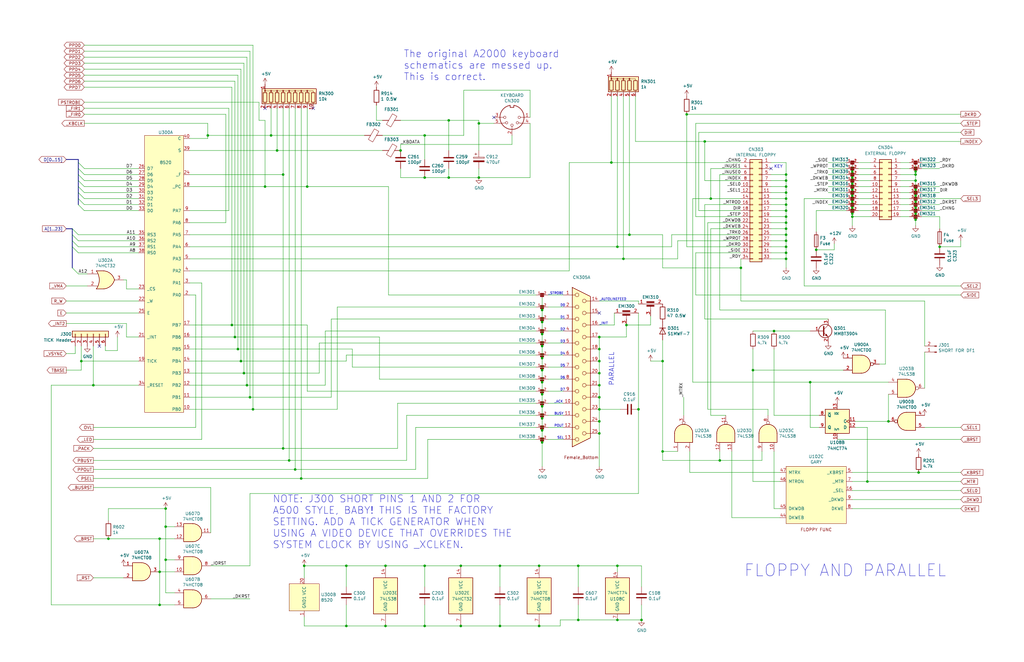
<source format=kicad_sch>
(kicad_sch (version 20231120) (generator "eeschema") (generator_version "8.0")
  (paper "B")
  (title_block (title "Amiga 2000 EATX") (date "2024-06-02") (rev "3.1"))
  (junction (at 45.72 227.33))
  (junction (at 119.38 73.66))
  (junction (at 331.47 91.44))
  (junction (at 116.84 63.5))
  (junction (at 87.63 57.15))
  (junction (at 194.31 264.16))
  (junction (at 341.63 161.29))
  (junction (at 359.41 85.09))
  (junction (at 252.73 167.64))
  (junction (at 34.29 152.4))
  (junction (at 228.6 146.05))
  (junction (at 179.07 74.93))
  (junction (at 67.31 227.33))
  (junction (at 252.73 162.56))
  (junction (at 297.18 59.69))
  (junction (at 359.41 87.63))
  (junction (at 331.47 83.82))
  (junction (at 386.08 80.01))
  (junction (at 312.42 113.03))
  (junction (at 228.6 151.13))
  (junction (at 210.82 238.76))
  (junction (at 331.47 104.14))
  (junction (at 260.35 261.62))
  (junction (at 252.73 157.48))
  (junction (at 252.73 182.88))
  (junction (at 386.08 76.2))
  (junction (at 69.85 236.22))
  (junction (at 189.23 74.93))
  (junction (at 359.41 90.17))
  (junction (at 227.33 264.16))
  (junction (at 331.47 81.28))
  (junction (at 201.93 52.07))
  (junction (at 67.31 255.27))
  (junction (at 396.24 104.14))
  (junction (at 168.91 63.5))
  (junction (at 114.3 57.15))
  (junction (at 260.35 104.14))
  (junction (at 121.92 194.31))
  (junction (at 331.47 109.22))
  (junction (at 386.08 87.63))
  (junction (at 331.47 99.06))
  (junction (at 162.56 238.76))
  (junction (at 386.08 85.09))
  (junction (at 331.47 86.36))
  (junction (at 104.14 162.56))
  (junction (at 359.41 91.44))
  (junction (at 228.6 171.45))
  (junction (at 69.85 222.25))
  (junction (at 228.6 186.69))
  (junction (at 129.54 78.74))
  (junction (at 97.79 137.16))
  (junction (at 331.47 78.74))
  (junction (at 210.82 264.16))
  (junction (at 228.6 156.21))
  (junction (at 227.33 238.76))
  (junction (at 279.4 152.4))
  (junction (at 252.73 177.8))
  (junction (at 331.47 73.66))
  (junction (at 331.47 76.2))
  (junction (at 243.84 261.62))
  (junction (at 257.81 68.58))
  (junction (at 228.6 140.97))
  (junction (at 179.07 264.16))
  (junction (at 359.41 80.01))
  (junction (at 228.6 135.89))
  (junction (at 264.16 137.16))
  (junction (at 243.84 238.76))
  (junction (at 99.06 142.24))
  (junction (at 162.56 264.16))
  (junction (at 386.08 72.39))
  (junction (at 102.87 157.48))
  (junction (at 146.05 264.16))
  (junction (at 331.47 88.9))
  (junction (at 228.6 166.37))
  (junction (at 127 201.93))
  (junction (at 359.41 77.47))
  (junction (at 331.47 93.98))
  (junction (at 179.07 57.15))
  (junction (at 331.47 106.68))
  (junction (at 124.46 198.12))
  (junction (at 189.23 50.8))
  (junction (at 260.35 238.76))
  (junction (at 252.73 152.4))
  (junction (at 359.41 72.39))
  (junction (at 270.51 261.62))
  (junction (at 228.6 181.61))
  (junction (at 269.24 172.72))
  (junction (at 201.93 74.93))
  (junction (at 303.53 194.31))
  (junction (at 146.05 238.76))
  (junction (at 228.6 130.81))
  (junction (at 228.6 176.53))
  (junction (at 265.43 99.06))
  (junction (at 359.41 82.55))
  (junction (at 299.72 83.82))
  (junction (at 331.47 96.52))
  (junction (at 128.27 238.76))
  (junction (at 252.73 147.32))
  (junction (at 194.31 238.76))
  (junction (at 386.08 73.66))
  (junction (at 111.76 78.74))
  (junction (at 106.68 172.72))
  (junction (at 228.6 161.29))
  (junction (at 67.31 241.3))
  (junction (at 374.65 177.8))
  (junction (at 365.76 203.2))
  (junction (at 317.5 156.21))
  (junction (at 252.73 172.72))
  (junction (at 179.07 238.76))
  (junction (at 359.41 74.93))
  (junction (at 279.4 190.5))
  (junction (at 386.08 90.17))
  (junction (at 262.89 109.22))
  (junction (at 252.73 142.24))
  (junction (at 344.17 105.41))
  (junction (at 39.37 162.56))
  (junction (at 331.47 101.6))
  (junction (at 387.35 199.39))
  (junction (at 289.56 48.26))
  (junction (at 386.08 92.71))
  (junction (at 326.39 139.7))
  (junction (at 101.6 152.4))
  (junction (at 119.38 189.23))
  (junction (at 69.85 214.63))
  (junction (at 386.08 82.55))
  (junction (at 100.33 147.32))
  (junction (at 105.41 167.64))
  (no_connect (at 208.28 49.53))
  (no_connect (at 132.08 45.72))
  (no_connect (at 325.12 71.12))
  (no_connect (at 111.76 45.72))
  (no_connect (at 252.73 132.08))
  (no_connect (at 41.91 146.05))
  (bus_entry (at 33.02 104.14) (size -2.54 -2.54))
  (bus_entry (at 33.02 115.57) (size -2.54 -2.54))
  (bus_entry (at 35.56 88.9) (size -2.54 -2.54))
  (bus_entry (at 35.56 83.82) (size -2.54 -2.54))
  (bus_entry (at 35.56 76.2) (size -2.54 -2.54))
  (bus_entry (at 35.56 81.28) (size -2.54 -2.54))
  (bus_entry (at 33.02 106.68) (size -2.54 -2.54))
  (bus_entry (at 33.02 101.6) (size -2.54 -2.54))
  (bus_entry (at 35.56 86.36) (size -2.54 -2.54))
  (bus_entry (at 35.56 73.66) (size -2.54 -2.54))
  (bus_entry (at 35.56 78.74) (size -2.54 -2.54))
  (bus_entry (at 33.02 99.06) (size -2.54 -2.54))
  (bus_entry (at 35.56 71.12) (size -2.54 -2.54))
  (wire (pts (xy 180.34 185.42) (xy 180.34 201.93)))
  (wire (pts (xy 80.01 99.06) (xy 265.43 99.06)))
  (wire (pts (xy 146.05 238.76) (xy 128.27 238.76)))
  (wire (pts (xy 260.35 104.14) (xy 283.21 104.14)))
  (wire (pts (xy 339.09 120.65) (xy 339.09 83.82)))
  (wire (pts (xy 139.7 167.64) (xy 105.41 167.64)))
  (wire (pts (xy 194.31 264.16) (xy 179.07 264.16)))
  (wire (pts (xy 137.16 162.56) (xy 104.14 162.56)))
  (wire (pts (xy 124.46 45.72) (xy 124.46 198.12)))
  (wire (pts (xy 34.29 152.4) (xy 34.29 156.21)))
  (wire (pts (xy 359.41 199.39) (xy 387.35 199.39)))
  (wire (pts (xy 179.07 264.16) (xy 162.56 264.16)))
  (wire (pts (xy 227.33 238.76) (xy 210.82 238.76)))
  (wire (pts (xy 35.56 21.59) (xy 105.41 21.59)))
  (wire (pts (xy 168.91 74.93) (xy 179.07 74.93)))
  (wire (pts (xy 388.62 68.58) (xy 396.24 68.58)))
  (wire (pts (xy 39.37 243.84) (xy 52.07 243.84)))
  (wire (pts (xy 236.22 264.16) (xy 236.22 261.62)))
  (wire (pts (xy 325.12 106.68) (xy 331.47 106.68)))
  (wire (pts (xy 388.62 91.44) (xy 396.24 91.44)))
  (wire (pts (xy 73.66 222.25) (xy 69.85 222.25)))
  (wire (pts (xy 331.47 109.22) (xy 331.47 113.03)))
  (bus (pts (xy 30.48 104.14) (xy 30.48 113.03)))
  (wire (pts (xy 279.4 113.03) (xy 312.42 113.03)))
  (wire (pts (xy 21.59 162.56) (xy 39.37 162.56)))
  (wire (pts (xy 80.01 73.66) (xy 119.38 73.66)))
  (wire (pts (xy 328.93 214.63) (xy 326.39 214.63)))
  (wire (pts (xy 405.13 203.2) (xy 365.76 203.2)))
  (wire (pts (xy 35.56 36.83) (xy 97.79 36.83)))
  (wire (pts (xy 69.85 236.22) (xy 69.85 222.25)))
  (wire (pts (xy 379.73 91.44) (xy 383.54 91.44)))
  (wire (pts (xy 67.31 241.3) (xy 73.66 241.3)))
  (wire (pts (xy 260.35 238.76) (xy 260.35 241.3)))
  (wire (pts (xy 160.02 160.02) (xy 160.02 142.24)))
  (wire (pts (xy 262.89 109.22) (xy 285.75 109.22)))
  (wire (pts (xy 179.07 57.15) (xy 161.29 57.15)))
  (wire (pts (xy 341.63 180.34) (xy 341.63 161.29)))
  (wire (pts (xy 388.62 81.28) (xy 396.24 81.28)))
  (wire (pts (xy 95.25 48.26) (xy 35.56 48.26)))
  (wire (pts (xy 269.24 172.72) (xy 269.24 208.28)))
  (wire (pts (xy 344.17 105.41) (xy 351.79 105.41)))
  (wire (pts (xy 321.31 194.31) (xy 303.53 194.31)))
  (wire (pts (xy 383.54 88.9) (xy 379.73 88.9)))
  (wire (pts (xy 356.87 76.2) (xy 349.25 76.2)))
  (wire (pts (xy 175.26 180.34) (xy 175.26 198.12)))
  (wire (pts (xy 356.87 78.74) (xy 349.25 78.74)))
  (wire (pts (xy 97.79 137.16) (xy 80.01 137.16)))
  (wire (pts (xy 331.47 101.6) (xy 331.47 104.14)))
  (wire (pts (xy 252.73 162.56) (xy 252.73 167.64)))
  (wire (pts (xy 210.82 264.16) (xy 194.31 264.16)))
  (wire (pts (xy 158.75 44.45) (xy 158.75 50.8)))
  (wire (pts (xy 379.73 81.28) (xy 383.54 81.28)))
  (wire (pts (xy 325.12 88.9) (xy 331.47 88.9)))
  (wire (pts (xy 201.93 74.93) (xy 223.52 74.93)))
  (wire (pts (xy 231.14 185.42) (xy 237.49 185.42)))
  (wire (pts (xy 297.18 59.69) (xy 267.97 59.69)))
  (wire (pts (xy 226.06 180.34) (xy 175.26 180.34)))
  (wire (pts (xy 168.91 63.5) (xy 168.91 60.96)))
  (wire (pts (xy 341.63 161.29) (xy 374.65 161.29)))
  (wire (pts (xy 360.68 177.8) (xy 374.65 177.8)))
  (wire (pts (xy 39.37 180.34) (xy 82.55 180.34)))
  (wire (pts (xy 297.18 134.62) (xy 349.25 134.62)))
  (wire (pts (xy 146.05 152.4) (xy 146.05 149.86)))
  (wire (pts (xy 312.42 86.36) (xy 297.18 86.36)))
  (wire (pts (xy 231.14 144.78) (xy 237.49 144.78)))
  (wire (pts (xy 260.35 261.62) (xy 270.51 261.62)))
  (wire (pts (xy 325.12 96.52) (xy 331.47 96.52)))
  (wire (pts (xy 367.03 81.28) (xy 361.95 81.28)))
  (wire (pts (xy 328.93 199.39) (xy 290.83 199.39)))
  (wire (pts (xy 331.47 86.36) (xy 331.47 88.9)))
  (wire (pts (xy 35.56 83.82) (xy 58.42 83.82)))
  (wire (pts (xy 292.1 161.29) (xy 292.1 83.82)))
  (wire (pts (xy 228.6 156.21) (xy 228.6 161.29)))
  (wire (pts (xy 252.73 167.64) (xy 252.73 172.72)))
  (wire (pts (xy 379.73 68.58) (xy 383.54 68.58)))
  (wire (pts (xy 386.08 87.63) (xy 386.08 85.09)))
  (wire (pts (xy 356.87 71.12) (xy 349.25 71.12)))
  (wire (pts (xy 111.76 50.8) (xy 111.76 78.74)))
  (bus (pts (xy 30.48 101.6) (xy 30.48 104.14)))
  (wire (pts (xy 386.08 82.55) (xy 386.08 80.01)))
  (wire (pts (xy 27.94 127) (xy 58.42 127)))
  (wire (pts (xy 323.85 172.72) (xy 323.85 175.26)))
  (wire (pts (xy 270.51 261.62) (xy 270.51 255.27)))
  (wire (pts (xy 58.42 152.4) (xy 34.29 152.4)))
  (wire (pts (xy 80.01 104.14) (xy 260.35 104.14)))
  (wire (pts (xy 285.75 101.6) (xy 312.42 101.6)))
  (wire (pts (xy 231.14 165.1) (xy 237.49 165.1)))
  (wire (pts (xy 195.58 38.1) (xy 195.58 57.15)))
  (wire (pts (xy 31.75 149.225) (xy 27.94 149.225)))
  (wire (pts (xy 290.83 199.39) (xy 290.83 190.5)))
  (wire (pts (xy 312.42 88.9) (xy 294.64 88.9)))
  (wire (pts (xy 231.14 129.54) (xy 237.49 129.54)))
  (wire (pts (xy 294.64 55.88) (xy 405.13 55.88)))
  (wire (pts (xy 274.32 133.35) (xy 274.32 137.16)))
  (wire (pts (xy 34.29 156.21) (xy 27.94 156.21)))
  (wire (pts (xy 96.52 88.9) (xy 80.01 88.9)))
  (wire (pts (xy 69.85 236.22) (xy 69.85 250.19)))
  (wire (pts (xy 326.39 214.63) (xy 326.39 190.5)))
  (wire (pts (xy 119.38 73.66) (xy 119.38 189.23)))
  (wire (pts (xy 359.41 91.44) (xy 359.41 95.25)))
  (wire (pts (xy 44.45 147.955) (xy 49.53 147.955)))
  (bus (pts (xy 33.02 71.12) (xy 33.02 73.66)))
  (wire (pts (xy 195.58 57.15) (xy 179.07 57.15)))
  (wire (pts (xy 379.73 78.74) (xy 383.54 78.74)))
  (wire (pts (xy 35.56 43.18) (xy 109.22 43.18)))
  (wire (pts (xy 201.93 52.07) (xy 201.93 50.8)))
  (wire (pts (xy 388.62 78.74) (xy 396.24 78.74)))
  (wire (pts (xy 367.03 73.66) (xy 361.95 73.66)))
  (wire (pts (xy 88.9 238.76) (xy 105.41 238.76)))
  (wire (pts (xy 228.6 140.97) (xy 228.6 146.05)))
  (wire (pts (xy 294.64 88.9) (xy 294.64 55.88)))
  (bus (pts (xy 33.02 76.2) (xy 33.02 78.74)))
  (wire (pts (xy 67.31 255.27) (xy 21.59 255.27)))
  (wire (pts (xy 142.24 129.54) (xy 142.24 172.72)))
  (wire (pts (xy 386.08 92.71) (xy 386.08 90.17)))
  (wire (pts (xy 58.42 86.36) (xy 35.56 86.36)))
  (wire (pts (xy 349.25 73.66) (xy 356.87 73.66)))
  (wire (pts (xy 215.9 57.15) (xy 215.9 60.96)))
  (wire (pts (xy 298.45 93.98) (xy 298.45 172.72)))
  (wire (pts (xy 226.06 144.78) (xy 134.62 144.78)))
  (wire (pts (xy 312.42 71.12) (xy 299.72 71.12)))
  (wire (pts (xy 35.56 88.9) (xy 58.42 88.9)))
  (wire (pts (xy 331.47 81.28) (xy 331.47 83.82)))
  (wire (pts (xy 328.93 218.44) (xy 308.61 218.44)))
  (wire (pts (xy 39.37 189.23) (xy 119.38 189.23)))
  (wire (pts (xy 69.85 250.19) (xy 73.66 250.19)))
  (wire (pts (xy 317.5 139.7) (xy 326.39 139.7)))
  (wire (pts (xy 106.68 172.72) (xy 80.01 172.72)))
  (wire (pts (xy 288.29 175.26) (xy 288.29 167.64)))
  (bus (pts (xy 33.02 78.74) (xy 33.02 81.28)))
  (wire (pts (xy 227.33 264.16) (xy 236.22 264.16)))
  (wire (pts (xy 167.64 189.23) (xy 119.38 189.23)))
  (wire (pts (xy 359.41 72.39) (xy 359.41 74.93)))
  (wire (pts (xy 49.53 147.955) (xy 49.53 142.24)))
  (wire (pts (xy 162.56 264.16) (xy 146.05 264.16)))
  (wire (pts (xy 67.31 241.3) (xy 67.31 255.27)))
  (wire (pts (xy 146.05 255.27) (xy 146.05 264.16)))
  (wire (pts (xy 53.34 136.525) (xy 27.94 136.525)))
  (wire (pts (xy 389.89 180.34) (xy 405.13 180.34)))
  (wire (pts (xy 405.13 120.65) (xy 339.09 120.65)))
  (wire (pts (xy 359.41 82.55) (xy 359.41 80.01)))
  (wire (pts (xy 386.08 92.71) (xy 386.08 95.25)))
  (wire (pts (xy 264.16 137.16) (xy 264.16 142.24)))
  (wire (pts (xy 171.45 175.26) (xy 171.45 194.31)))
  (wire (pts (xy 243.84 261.62) (xy 236.22 261.62)))
  (wire (pts (xy 175.26 198.12) (xy 124.46 198.12)))
  (wire (pts (xy 325.12 99.06) (xy 331.47 99.06)))
  (wire (pts (xy 35.56 71.12) (xy 58.42 71.12)))
  (wire (pts (xy 370.84 153.67) (xy 373.38 153.67)))
  (wire (pts (xy 303.53 190.5) (xy 303.53 194.31)))
  (bus (pts (xy 33.02 73.66) (xy 33.02 76.2)))
  (wire (pts (xy 168.91 60.96) (xy 215.9 60.96)))
  (wire (pts (xy 226.06 139.7) (xy 137.16 139.7)))
  (wire (pts (xy 35.56 73.66) (xy 58.42 73.66)))
  (wire (pts (xy 339.09 83.82) (xy 356.87 83.82)))
  (wire (pts (xy 96.52 45.72) (xy 96.52 88.9)))
  (wire (pts (xy 331.47 91.44) (xy 331.47 93.98)))
  (wire (pts (xy 243.84 255.27) (xy 243.84 261.62)))
  (wire (pts (xy 279.4 194.31) (xy 303.53 194.31)))
  (wire (pts (xy 80.01 78.74) (xy 111.76 78.74)))
  (wire (pts (xy 228.6 186.69) (xy 228.6 196.85)))
  (wire (pts (xy 228.6 171.45) (xy 228.6 176.53)))
  (wire (pts (xy 243.84 238.76) (xy 243.84 247.65)))
  (wire (pts (xy 210.82 238.76) (xy 194.31 238.76)))
  (wire (pts (xy 137.16 139.7) (xy 137.16 162.56)))
  (wire (pts (xy 231.14 175.26) (xy 237.49 175.26)))
  (wire (pts (xy 379.73 73.66) (xy 386.08 73.66)))
  (wire (pts (xy 228.6 161.29) (xy 228.6 166.37)))
  (wire (pts (xy 142.24 172.72) (xy 106.68 172.72)))
  (wire (pts (xy 361.95 71.12) (xy 367.03 71.12)))
  (wire (pts (xy 168.91 71.12) (xy 168.91 74.93)))
  (wire (pts (xy 226.06 154.94) (xy 148.59 154.94)))
  (wire (pts (xy 167.64 170.18) (xy 167.64 189.23)))
  (wire (pts (xy 105.41 21.59) (xy 105.41 167.64)))
  (wire (pts (xy 105.41 238.76) (xy 105.41 208.28)))
  (wire (pts (xy 231.14 139.7) (xy 237.49 139.7)))
  (wire (pts (xy 45.72 227.33) (xy 39.37 227.33)))
  (wire (pts (xy 326.39 147.32) (xy 326.39 175.26)))
  (wire (pts (xy 361.95 86.36) (xy 367.03 86.36)))
  (wire (pts (xy 317.5 147.32) (xy 317.5 156.21)))
  (wire (pts (xy 189.23 50.8) (xy 168.91 50.8)))
  (wire (pts (xy 53.34 142.24) (xy 53.34 136.525)))
  (wire (pts (xy 226.06 129.54) (xy 142.24 129.54)))
  (wire (pts (xy 386.08 73.66) (xy 386.08 76.2)))
  (wire (pts (xy 359.41 74.93) (xy 359.41 77.47)))
  (wire (pts (xy 171.45 194.31) (xy 121.92 194.31)))
  (wire (pts (xy 383.54 86.36) (xy 379.73 86.36)))
  (wire (pts (xy 226.06 175.26) (xy 171.45 175.26)))
  (wire (pts (xy 298.45 172.72) (xy 323.85 172.72)))
  (wire (pts (xy 257.81 40.64) (xy 257.81 68.58)))
  (wire (pts (xy 161.29 50.8) (xy 158.75 50.8)))
  (wire (pts (xy 383.54 83.82) (xy 379.73 83.82)))
  (wire (pts (xy 353.06 185.42) (xy 405.13 185.42)))
  (wire (pts (xy 312.42 76.2) (xy 297.18 76.2)))
  (wire (pts (xy 331.47 93.98) (xy 331.47 96.52)))
  (wire (pts (xy 105.41 208.28) (xy 269.24 208.28)))
  (wire (pts (xy 39.37 198.12) (xy 124.46 198.12)))
  (wire (pts (xy 80.01 114.3) (xy 240.03 114.3)))
  (wire (pts (xy 180.34 201.93) (xy 127 201.93)))
  (wire (pts (xy 321.31 190.5) (xy 321.31 194.31)))
  (wire (pts (xy 33.02 99.06) (xy 58.42 99.06)))
  (wire (pts (xy 223.52 49.53) (xy 223.52 38.1)))
  (wire (pts (xy 33.02 101.6) (xy 58.42 101.6)))
  (wire (pts (xy 265.43 40.64) (xy 265.43 99.06)))
  (bus (pts (xy 30.48 99.06) (xy 30.48 101.6)))
  (wire (pts (xy 259.08 132.08) (xy 259.08 137.16)))
  (wire (pts (xy 293.37 106.68) (xy 293.37 124.46)))
  (wire (pts (xy 45.72 219.71) (xy 45.72 214.63)))
  (wire (pts (xy 35.56 29.21) (xy 101.6 29.21)))
  (wire (pts (xy 405.13 104.14) (xy 405.13 101.6)))
  (wire (pts (xy 226.06 185.42) (xy 180.34 185.42)))
  (wire (pts (xy 231.14 180.34) (xy 237.49 180.34)))
  (bus (pts (xy 33.02 67.31) (xy 33.02 68.58)))
  (wire (pts (xy 179.07 74.93) (xy 189.23 74.93)))
  (wire (pts (xy 226.06 170.18) (xy 167.64 170.18)))
  (wire (pts (xy 243.84 238.76) (xy 260.35 238.76)))
  (wire (pts (xy 226.06 134.62) (xy 139.7 134.62)))
  (wire (pts (xy 99.06 142.24) (xy 80.01 142.24)))
  (wire (pts (xy 312.42 91.44) (xy 293.37 91.44)))
  (wire (pts (xy 104.14 24.13) (xy 104.14 162.56)))
  (wire (pts (xy 111.76 78.74) (xy 129.54 78.74)))
  (wire (pts (xy 87.63 52.07) (xy 35.56 52.07)))
  (wire (pts (xy 189.23 63.5) (xy 189.23 50.8)))
  (wire (pts (xy 101.6 152.4) (xy 146.05 152.4)))
  (wire (pts (xy 228.6 166.37) (xy 228.6 171.45)))
  (wire (pts (xy 148.59 147.32) (xy 100.33 147.32)))
  (wire (pts (xy 257.81 68.58) (xy 312.42 68.58)))
  (wire (pts (xy 303.53 130.81) (xy 373.38 130.81)))
  (wire (pts (xy 312.42 93.98) (xy 298.45 93.98)))
  (wire (pts (xy 367.03 91.44) (xy 359.41 91.44)))
  (wire (pts (xy 97.79 36.83) (xy 97.79 137.16)))
  (wire (pts (xy 146.05 264.16) (xy 128.27 264.16)))
  (wire (pts (xy 162.56 238.76) (xy 146.05 238.76)))
  (wire (pts (xy 367.03 68.58) (xy 361.95 68.58)))
  (wire (pts (xy 356.87 88.9) (xy 344.17 88.9)))
  (wire (pts (xy 356.87 86.36) (xy 349.25 86.36)))
  (wire (pts (xy 312.42 106.68) (xy 293.37 106.68)))
  (wire (pts (xy 388.62 83.82) (xy 405.13 83.82)))
  (wire (pts (xy 227.33 264.16) (xy 210.82 264.16)))
  (wire (pts (xy 87.63 57.15) (xy 87.63 52.07)))
  (wire (pts (xy 58.42 104.14) (xy 33.02 104.14)))
  (wire (pts (xy 104.14 162.56) (xy 80.01 162.56)))
  (wire (pts (xy 114.3 57.15) (xy 87.63 57.15)))
  (wire (pts (xy 388.62 88.9) (xy 396.24 88.9)))
  (wire (pts (xy 129.54 78.74) (xy 163.83 78.74)))
  (wire (pts (xy 312.42 127) (xy 389.89 127)))
  (wire (pts (xy 293.37 91.44) (xy 293.37 52.07)))
  (wire (pts (xy 44.45 146.05) (xy 44.45 147.955)))
  (wire (pts (xy 386.08 72.39) (xy 386.08 69.85)))
  (wire (pts (xy 58.42 142.24) (xy 53.34 142.24)))
  (wire (pts (xy 317.5 156.21) (xy 317.5 203.2)))
  (wire (pts (xy 129.54 137.16) (xy 97.79 137.16)))
  (wire (pts (xy 265.43 99.06) (xy 279.4 99.06)))
  (wire (pts (xy 27.94 120.65) (xy 36.83 120.65)))
  (wire (pts (xy 73.66 236.22) (xy 69.85 236.22)))
  (wire (pts (xy 331.47 106.68) (xy 331.47 109.22)))
  (wire (pts (xy 325.12 81.28) (xy 331.47 81.28)))
  (wire (pts (xy 325.12 104.14) (xy 331.47 104.14)))
  (wire (pts (xy 312.42 113.03) (xy 312.42 109.22)))
  (wire (pts (xy 259.08 137.16) (xy 252.73 137.16)))
  (wire (pts (xy 39.37 146.05) (xy 39.37 162.56)))
  (wire (pts (xy 386.08 85.09) (xy 386.08 82.55)))
  (wire (pts (xy 279.4 194.31) (xy 279.4 190.5)))
  (wire (pts (xy 114.3 57.15) (xy 153.67 57.15)))
  (wire (pts (xy 308.61 218.44) (xy 308.61 190.5)))
  (wire (pts (xy 260.35 40.64) (xy 260.35 104.14)))
  (bus (pts (xy 33.02 68.58) (xy 33.02 71.12)))
  (wire (pts (xy 283.21 104.14) (xy 283.21 99.06)))
  (wire (pts (xy 35.56 34.29) (xy 99.06 34.29)))
  (wire (pts (xy 240.03 68.58) (xy 257.81 68.58)))
  (wire (pts (xy 328.93 203.2) (xy 317.5 203.2)))
  (wire (pts (xy 386.08 73.66) (xy 386.08 72.39)))
  (wire (pts (xy 116.84 63.5) (xy 161.29 63.5)))
  (wire (pts (xy 252.73 152.4) (xy 252.73 157.48)))
  (wire (pts (xy 223.52 38.1) (xy 195.58 38.1)))
  (wire (pts (xy 201.93 74.93) (xy 201.93 71.12)))
  (wire (pts (xy 331.47 68.58) (xy 331.47 73.66)))
  (wire (pts (xy 396.24 91.44) (xy 396.24 96.52)))
  (wire (pts (xy 82.55 124.46) (xy 80.01 124.46)))
  (wire (pts (xy 228.6 125.73) (xy 228.6 130.81)))
  (wire (pts (xy 312.42 104.14) (xy 289.56 104.14)))
  (wire (pts (xy 274.32 137.16) (xy 264.16 137.16)))
  (wire (pts (xy 293.37 124.46) (xy 405.13 124.46)))
  (bus (pts (xy 33.02 81.28) (xy 33.02 83.82)))
  (wire (pts (xy 228.6 181.61) (xy 228.6 186.69)))
  (wire (pts (xy 262.89 40.64) (xy 262.89 109.22)))
  (wire (pts (xy 58.42 81.28) (xy 35.56 81.28)))
  (wire (pts (xy 331.47 78.74) (xy 331.47 81.28)))
  (wire (pts (xy 297.18 59.69) (xy 405.13 59.69)))
  (wire (pts (xy 389.89 163.83) (xy 389.89 148.59)))
  (wire (pts (xy 109.22 50.8) (xy 111.76 50.8)))
  (wire (pts (xy 223.52 52.07) (xy 223.52 74.93)))
  (wire (pts (xy 85.09 185.42) (xy 39.37 185.42)))
  (wire (pts (xy 35.56 24.13) (xy 104.14 24.13)))
  (wire (pts (xy 264.16 142.24) (xy 252.73 142.24)))
  (wire (pts (xy 289.56 104.14) (xy 289.56 48.26)))
  (wire (pts (xy 365.76 203.2) (xy 359.41 203.2)))
  (wire (pts (xy 39.37 194.31) (xy 121.92 194.31)))
  (wire (pts (xy 82.55 180.34) (xy 82.55 124.46)))
  (wire (pts (xy 226.06 149.86) (xy 146.05 149.86)))
  (wire (pts (xy 87.63 58.42) (xy 87.63 57.15)))
  (wire (pts (xy 67.31 227.33) (xy 67.31 241.3)))
  (wire (pts (xy 128.27 264.16) (xy 128.27 260.35)))
  (wire (pts (xy 389.89 127) (xy 389.89 146.05)))
  (wire (pts (xy 331.47 96.52) (xy 331.47 99.06)))
  (wire (pts (xy 73.66 227.33) (xy 67.31 227.33)))
  (wire (pts (xy 33.02 115.57) (xy 36.83 115.57)))
  (wire (pts (xy 285.75 109.22) (xy 285.75 101.6)))
  (wire (pts (xy 283.21 99.06) (xy 312.42 99.06)))
  (wire (pts (xy 270.51 247.65) (xy 270.51 238.76)))
  (wire (pts (xy 109.22 43.18) (xy 109.22 50.8)))
  (wire (pts (xy 252.73 182.88) (xy 252.73 196.85)))
  (wire (pts (xy 227.33 238.76) (xy 243.84 238.76)))
  (wire (pts (xy 331.47 104.14) (xy 331.47 106.68)))
  (wire (pts (xy 387.35 199.39) (xy 405.13 199.39)))
  (wire (pts (xy 325.12 86.36) (xy 331.47 86.36)))
  (wire (pts (xy 101.6 152.4) (xy 80.01 152.4)))
  (wire (pts (xy 226.06 124.46) (xy 163.83 124.46)))
  (wire (pts (xy 331.47 76.2) (xy 331.47 78.74)))
  (wire (pts (xy 105.41 167.64) (xy 80.01 167.64)))
  (wire (pts (xy 100.33 147.32) (xy 80.01 147.32)))
  (wire (pts (xy 128.27 238.76) (xy 128.27 243.84)))
  (bus (pts (xy 27.94 96.52) (xy 30.48 96.52)))
  (wire (pts (xy 53.34 121.92) (xy 58.42 121.92)))
  (wire (pts (xy 88.9 252.73) (xy 105.41 252.73)))
  (wire (pts (xy 53.34 118.11) (xy 53.34 121.92)))
  (wire (pts (xy 252.73 172.72) (xy 252.73 177.8)))
  (wire (pts (xy 341.63 161.29) (xy 292.1 161.29)))
  (wire (pts (xy 252.73 147.32) (xy 252.73 152.4)))
  (wire (pts (xy 325.12 109.22) (xy 331.47 109.22)))
  (wire (pts (xy 373.38 130.81) (xy 373.38 153.67)))
  (wire (pts (xy 194.31 238.76) (xy 179.07 238.76)))
  (wire (pts (xy 325.12 91.44) (xy 331.47 91.44)))
  (wire (pts (xy 119.38 45.72) (xy 119.38 73.66)))
  (wire (pts (xy 228.6 151.13) (xy 228.6 156.21)))
  (wire (pts (xy 21.59 255.27) (xy 21.59 162.56)))
  (wire (pts (xy 237.49 124.46) (xy 231.14 124.46)))
  (wire (pts (xy 31.75 146.05) (xy 31.75 149.225)))
  (wire (pts (xy 179.07 247.65) (xy 179.07 238.76)))
  (wire (pts (xy 69.85 222.25) (xy 69.85 214.63)))
  (wire (pts (xy 303.53 73.66) (xy 303.53 130.81)))
  (wire (pts (xy 228.6 176.53) (xy 228.6 181.61)))
  (wire (pts (xy 386.08 90.17) (xy 386.08 87.63)))
  (wire (pts (xy 114.3 45.72) (xy 114.3 57.15)))
  (wire (pts (xy 33.02 106.68) (xy 58.42 106.68)))
  (wire (pts (xy 269.24 127) (xy 269.24 128.27)))
  (wire (pts (xy 356.87 81.28) (xy 349.25 81.28)))
  (wire (pts (xy 374.65 166.37) (xy 374.65 177.8)))
  (wire (pts (xy 325.12 73.66) (xy 331.47 73.66)))
  (wire (pts (xy 201.93 63.5) (xy 201.93 52.07)))
  (wire (pts (xy 35.56 19.05) (xy 106.68 19.05)))
  (wire (pts (xy 299.72 96.52) (xy 299.72 175.26)))
  (wire (pts (xy 285.75 190.5) (xy 279.4 190.5)))
  (wire (pts (xy 106.68 19.05) (xy 106.68 172.72)))
  (wire (pts (xy 331.47 73.66) (xy 331.47 76.2)))
  (wire (pts (xy 367.03 76.2) (xy 361.95 76.2)))
  (wire (pts (xy 127 45.72) (xy 127 201.93)))
  (wire (pts (xy 279.4 152.4) (xy 274.32 152.4)))
  (wire (pts (xy 269.24 132.08) (xy 269.24 172.72)))
  (wire (pts (xy 102.87 157.48) (xy 80.01 157.48)))
  (wire (pts (xy 312.42 83.82) (xy 299.72 83.82)))
  (wire (pts (xy 129.54 45.72) (xy 129.54 78.74)))
  (wire (pts (xy 326.39 175.26) (xy 345.44 175.26)))
  (wire (pts (xy 35.56 78.74) (xy 58.42 78.74)))
  (wire (pts (xy 359.41 90.17) (xy 359.41 87.63)))
  (wire (pts (xy 351.79 105.41) (xy 351.79 102.87)))
  (wire (pts (xy 252.73 172.72) (xy 261.62 172.72)))
  (wire (pts (xy 88.9 205.74) (xy 88.9 224.79)))
  (wire (pts (xy 379.73 71.12) (xy 383.54 71.12)))
  (wire (pts (xy 355.6 156.21) (xy 317.5 156.21)))
  (wire (pts (xy 231.14 170.18) (xy 237.49 170.18)))
  (wire (pts (xy 208.28 52.07) (xy 201.93 52.07)))
  (wire (pts (xy 237.49 134.62) (xy 231.14 134.62)))
  (wire (pts (xy 279.4 152.4) (xy 279.4 143.51)))
  (wire (pts (xy 326.39 139.7) (xy 341.63 139.7)))
  (wire (pts (xy 88.9 205.74) (xy 39.37 205.74)))
  (wire (pts (xy 359.41 214.63) (xy 405.13 214.63)))
  (wire (pts (xy 80.01 58.42) (xy 87.63 58.42)))
  (wire (pts (xy 134.62 157.48) (xy 102.87 157.48)))
  (wire (pts (xy 160.02 142.24) (xy 99.06 142.24)))
  (wire (pts (xy 95.25 93.98) (xy 95.25 48.26)))
  (wire (pts (xy 331.47 88.9) (xy 331.47 91.44)))
  (wire (pts (xy 240.03 114.3) (xy 240.03 68.58)))
  (wire (pts (xy 292.1 83.82) (xy 299.72 83.82)))
  (wire (pts (xy 163.83 78.74) (xy 163.83 124.46)))
  (wire (pts (xy 325.12 78.74) (xy 331.47 78.74)))
  (wire (pts (xy 102.87 26.67) (xy 102.87 157.48)))
  (wire (pts (xy 367.03 78.74) (xy 361.95 78.74)))
  (wire (pts (xy 148.59 154.94) (xy 148.59 147.32)))
  (wire (pts (xy 121.92 45.72) (xy 121.92 194.31)))
  (wire (pts (xy 231.14 160.02) (xy 237.49 160.02)))
  (wire (pts (xy 80.01 119.38) (xy 85.09 119.38)))
  (wire (pts (xy 359.41 91.44) (xy 359.41 90.17)))
  (wire (pts (xy 73.66 255.27) (xy 67.31 255.27)))
  (wire (pts (xy 325.12 101.6) (xy 331.47 101.6)))
  (wire (pts (xy 146.05 247.65) (xy 146.05 238.76)))
  (wire (pts (xy 267.97 59.69) (xy 267.97 40.64)))
  (wire (pts (xy 139.7 134.62) (xy 139.7 167.64)))
  (wire (pts (xy 297.18 76.2) (xy 297.18 59.69)))
  (wire (pts (xy 260.35 261.62) (xy 243.84 261.62)))
  (wire (pts (xy 189.23 74.93) (xy 201.93 74.93)))
  (wire (pts (xy 386.08 76.2) (xy 379.73 76.2)))
  (wire (pts (xy 179.07 238.76) (xy 162.56 238.76)))
  (wire (pts (xy 35.56 45.72) (xy 96.52 45.72)))
  (wire (pts (xy 252.73 177.8) (xy 252.73 182.88)))
  (wire (pts (xy 279.4 190.5) (xy 279.4 152.4)))
  (wire (pts (xy 359.41 87.63) (xy 359.41 85.09)))
  (wire (pts (xy 279.4 99.06) (xy 279.4 113.03)))
  (wire (pts (xy 58.42 132.08) (xy 27.94 132.08)))
  (wire (pts (xy 359.41 207.01) (xy 405.13 207.01)))
  (wire (pts (xy 52.07 118.11) (xy 53.34 118.11)))
  (wire (pts (xy 99.06 34.29) (xy 99.06 142.24)))
  (wire (pts (xy 252.73 157.48) (xy 252.73 162.56)))
  (wire (pts (xy 35.56 26.67) (xy 102.87 26.67)))
  (wire (pts (xy 359.41 85.09) (xy 359.41 82.55)))
  (wire (pts (xy 312.42 113.03) (xy 312.42 127)))
  (wire (pts (xy 331.47 83.82) (xy 331.47 86.36)))
  (wire (pts (xy 325.12 93.98) (xy 331.47 93.98)))
  (wire (pts (xy 226.06 165.1) (xy 129.54 165.1)))
  (wire (pts (xy 367.03 88.9) (xy 361.95 88.9)))
  (bus (pts (xy 30.48 96.52) (xy 30.48 99.06)))
  (wire (pts (xy 226.06 160.02) (xy 160.02 160.02)))
  (wire (pts (xy 189.23 71.12) (xy 189.23 74.93)))
  (wire (pts (xy 325.12 68.58) (xy 331.47 68.58)))
  (wire (pts (xy 297.18 86.36) (xy 297.18 134.62)))
  (wire (pts (xy 312.42 96.52) (xy 299.72 96.52)))
  (bus (pts (xy 33.02 67.31) (xy 27.94 67.31)))
  (wire (pts (xy 299.72 71.12) (xy 299.72 83.82)))
  (wire (pts (xy 270.51 238.76) (xy 260.35 238.76)))
  (wire (pts (xy 252.73 127) (xy 269.24 127)))
  (wire (pts (xy 101.6 29.21) (xy 101.6 152.4)))
  (wire (pts (xy 356.87 68.58) (xy 349.25 68.58)))
  (wire (pts (xy 80.01 109.22) (xy 262.89 109.22)))
  (wire (pts (xy 252.73 142.24) (xy 252.73 147.32)))
  (wire (pts (xy 361.95 83.82) (xy 367.03 83.82)))
  (wire (pts (xy 210.82 255.27) (xy 210.82 264.16)))
  (wire (pts (xy 129.54 137.16) (xy 129.54 165.1)))
  (wire (pts (xy 85.09 119.38) (xy 85.09 185.42)))
  (wire (pts (xy 386.08 76.2) (xy 386.08 80.01)))
  (wire (pts (xy 325.12 76.2) (xy 331.47 76.2)))
  (wire (pts (xy 237.49 154.94) (xy 231.14 154.94)))
  (wire (pts (xy 228.6 146.05) (xy 228.6 151.13)))
  (wire (pts (xy 45.72 214.63) (xy 69.85 214.63)))
  (wire (pts (xy 210.82 247.65) (xy 210.82 238.76)))
  (wire (pts (xy 331.47 99.06) (xy 331.47 101.6)))
  (wire (pts (xy 345.44 180.34) (xy 341.63 180.34)))
  (wire (pts (xy 58.42 76.2) (xy 35.56 76.2)))
  (wire (pts (xy 231.14 149.86) (xy 237.49 149.86)))
  (wire (pts (xy 116.84 45.72) (xy 116.84 63.5)))
  (wire (pts (xy 39.37 162.56) (xy 58.42 162.56)))
  (wire (pts (xy 67.31 227.33) (xy 45.72 227.33)))
  (wire (pts (xy 396.24 104.14) (xy 405.13 104.14)))
  (wire (pts (xy 299.72 175.26) (xy 306.07 175.26)))
  (wire (pts (xy 201.93 50.8) (xy 189.23 50.8)))
  (wire (pts (xy 325.12 83.82) (xy 331.47 83.82)))
  (wire (pts (xy 312.42 73.66) (xy 303.53 73.66)))
  (wire (pts (xy 35.56 31.75) (xy 100.33 31.75)))
  (wire (pts (xy 360.68 180.34) (xy 365.76 180.34)))
  (wire (pts (xy 405.13 210.82) (xy 359.41 210.82)))
  (wire (pts (xy 179.07 67.31) (xy 179.07 57.15)))
  (wire (pts (xy 359.41 72.39) (xy 359.41 69.85)))
  (wire (pts (xy 388.62 71.12) (xy 396.24 71.12)))
  (wire (pts (xy 228.6 130.81) (xy 228.6 135.89)))
  (bus (pts (xy 33.02 83.82) (xy 33.02 86.36)))
  (wire (pts (xy 34.29 152.4) (xy 34.29 146.05)))
  (wire (pts (xy 228.6 135.89) (xy 228.6 140.97)))
  (wire (pts (xy 100.33 31.75) (xy 100.33 147.32)))
  (wire (pts (xy 80.01 93.98) (xy 95.25 93.98)))
  (wire (pts (xy 359.41 80.01) (xy 359.41 77.47)))
  (wire (pts (xy 39.37 201.93) (xy 127 201.93)))
  (wire (pts (xy 388.62 86.36) (xy 396.24 86.36)))
  (wire (pts (xy 80.01 63.5) (xy 116.84 63.5)))
  (wire (pts (xy 344.17 88.9) (xy 344.17 97.79)))
  (wire (pts (xy 293.37 52.07) (xy 405.13 52.07)))
  (wire (pts (xy 289.56 48.26) (xy 405.13 48.26)))
  (wire (pts (xy 179.07 255.27) (xy 179.07 264.16)))
  (wire (pts (xy 365.76 180.34) (xy 365.76 203.2)))
  (wire (pts (xy 134.62 144.78) (xy 134.62 157.48)))
  (text "D4" (at 236.22 149.86 0) (effects (font (size 0.9906 0.9906)) (justify left bottom)))
  (text "D7" (at 236.22 165.1 0) (effects (font (size 0.9906 0.9906)) (justify left bottom)))
  (text "PARALLEL" (at 259.08 148.59 90) (effects (font (size 2.0066 2.0066)) (justify right bottom)))
  (text "FLOPPY AND PARALLEL" (at 313.69 243.84 0) (effects (font (size 5.0038 5.0038)) (justify left bottom)))
  (text "_ACK" (at 233.68 170.18 0) (effects (font (size 0.9906 0.9906)) (justify left bottom)))
  (text "SEL" (at 234.95 185.42 0) (effects (font (size 0.9906 0.9906)) (justify left bottom)))
  (text "NOTE: J300 SHORT PINS 1 AND 2 FOR \nA500 STYLE, BABY! THIS IS THE FACTORY\nSETTING. ADD A TICK GENERATOR WHEN\nUSING A VIDEO DEVICE THAT OVERRIDES THE\nSYSTEM CLOCK BY USING _XCLKEN." (at 114.935 231.775 0) (effects (font (size 2.9972 2.9972)) (justify left bottom)))
  (text "_STROBE" (at 231.14 124.46 0) (effects (font (size 0.9906 0.9906)) (justify left bottom)))
  (text "_AUTOLINEFEED" (at 252.73 127 0) (effects (font (size 0.9906 0.9906)) (justify left bottom)))
  (text "The original A2000 keyboard \nschematics are messed up.\nThis is correct." (at 170.18 34.29 0) (effects (font (size 2.9972 2.9972)) (justify left bottom)))
  (text "D6" (at 236.22 160.02 0) (effects (font (size 0.9906 0.9906)) (justify left bottom)))
  (text "KEY" (at 326.39 71.12 0) (effects (font (size 1.27 1.27)) (justify left bottom)))
  (text "D0" (at 236.22 129.54 0) (effects (font (size 0.9906 0.9906)) (justify left bottom)))
  (text "POUT" (at 233.68 180.34 0) (effects (font (size 0.9906 0.9906)) (justify left bottom)))
  (text "BUSY" (at 233.68 175.26 0) (effects (font (size 0.9906 0.9906)) (justify left bottom)))
  (text "D2" (at 236.22 139.7 0) (effects (font (size 0.9906 0.9906)) (justify left bottom)))
  (text "_INIT" (at 252.73 137.16 0) (effects (font (size 0.9906 0.9906)) (justify left bottom)))
  (text "D3" (at 236.22 144.78 0) (effects (font (size 0.9906 0.9906)) (justify left bottom)))
  (text "D5" (at 236.22 154.94 0) (effects (font (size 0.9906 0.9906)) (justify left bottom)))
  (text "D1" (at 236.22 134.62 0) (effects (font (size 0.9906 0.9906)) (justify left bottom)))
  (label "D5" (at 55.88 76.2 180) (effects (font (size 1.2954 1.2954))))
  (label "_SEL0" (at 312.42 78.74 180))
  (label "A11" (at 57.15 99.06 180) (effects (font (size 1.2954 1.2954))))
  (label "_DKWDB" (at 396.24 78.74 0))
  (label "_SIDE" (at 312.42 106.68 180))
  (label "_INDEX" (at 349.25 86.36 180))
  (label "A12" (at 36.83 115.57 180) (effects (font (size 1.2954 1.2954))))
  (label "D6" (at 55.88 73.66 180) (effects (font (size 1.2954 1.2954))))
  (label "_MTROD" (at 312.42 86.36 180))
  (label "_SIDE" (at 349.25 68.58 180))
  (label "_INDEX" (at 312.42 76.2 180))
  (label "_CHNG" (at 396.24 88.9 0))
  (label "D1" (at 55.88 86.36 180) (effects (font (size 1.2954 1.2954))))
  (label "_DKRD" (at 312.42 104.14 180))
  (label "_INUSE1" (at 312.42 71.12 180))
  (label "_STEP" (at 349.25 78.74 180))
  (label "_KBDATA" (at 168.91 60.96 0))
  (label "_WPROT" (at 312.42 101.6 180))
  (label "_DKRD" (at 396.24 71.12 0))
  (label "_DKWDB" (at 312.42 93.98 180))
  (label "DIR" (at 312.42 88.9 180))
  (label "_DKWEB" (at 312.42 96.52 180))
  (label "_DKRST" (at 396.24 86.36 0) (effects (font (size 1.2954 1.2954))))
  (label "_RDY" (at 396.24 68.58 0))
  (label "A9" (at 57.15 104.14 180) (effects (font (size 1.2954 1.2954))))
  (label "D3" (at 55.88 81.28 180) (effects (font (size 1.2954 1.2954))))
  (label "_CHNG" (at 312.42 68.58 180))
  (label "_RDY" (at 312.42 109.22 180))
  (label "_TRK0" (at 312.42 99.06 180))
  (label "_INUSE0" (at 312.42 73.66 180))
  (label "_IORST" (at 88.9 238.76 0))
  (label "D2" (at 55.88 83.82 180) (effects (font (size 1.2954 1.2954))))
  (label "A10" (at 57.15 101.6 180) (effects (font (size 1.2954 1.2954))))
  (label "_WPROT" (at 349.25 71.12 180))
  (label "D7" (at 55.88 71.12 180) (effects (font (size 1.2954 1.2954))))
  (label "_DKRST" (at 105.41 252.73 180) (effects (font (size 1.2954 1.2954))))
  (label "_STEP" (at 312.42 91.44 180))
  (label "_SEL1" (at 312.42 81.28 180))
  (label "D4" (at 55.88 78.74 180) (effects (font (size 1.2954 1.2954))))
  (label "_TRK0" (at 349.25 73.66 180))
  (label "DIR" (at 396.24 81.28 0))
  (label "_DKWEB" (at 349.25 76.2 180))
  (label "D0" (at 55.88 88.9 180) (effects (font (size 1.2954 1.2954))))
  (label "_MTRX" (at 349.25 81.28 180))
  (label "A8" (at 57.15 106.68 180) (effects (font (size 1.2954 1.2954))))
  (label "_MTRX" (at 288.29 167.64 90) (effects (font (size 1.2954 1.2954))))
  (global_label "PPD3" (shape bidirectional) (at 35.56 26.67 180) (property "Intersheetrefs" "${INTERSHEET_REFS}" (at 27.257 26.67 0) (effects (justify right))))
  (global_label "DIR" (shape input) (at 405.13 55.88 0) (property "Intersheetrefs" "${INTERSHEET_REFS}" (at 410.6058 55.88 0) (effects (justify left))))
  (global_label "_MTR" (shape input) (at 405.13 203.2 0) (property "Intersheetrefs" "${INTERSHEET_REFS}" (at 412.1176 203.2 0) (effects (justify left))))
  (global_label "_SEL3" (shape input) (at 405.13 83.82 0) (effects (font (size 1.2954 1.2954))) (property "Intersheetrefs" "${INTERSHEET_REFS}" (at 413.1824 83.82 0) (effects (justify left))))
  (global_label "TBASE" (shape output) (at 27.94 156.21 180) (property "Intersheetrefs" "${INTERSHEET_REFS}" (at 19.9243 156.21 0) (effects (justify right))))
  (global_label "_FIR1" (shape input) (at 35.56 45.72 180) (property "Intersheetrefs" "${INTERSHEET_REFS}" (at 28.0885 45.72 0) (effects (justify right))))
  (global_label "PPD4" (shape bidirectional) (at 35.56 29.21 180) (property "Intersheetrefs" "${INTERSHEET_REFS}" (at 27.257 29.21 0) (effects (justify right))))
  (global_label "_FIR0" (shape input) (at 35.56 48.26 180) (property "Intersheetrefs" "${INTERSHEET_REFS}" (at 28.0885 48.26 0) (effects (justify right))))
  (global_label "_STEP" (shape input) (at 405.13 52.07 0) (property "Intersheetrefs" "${INTERSHEET_REFS}" (at 413.0247 52.07 0) (effects (justify left))))
  (global_label "PPD1" (shape bidirectional) (at 35.56 21.59 180) (property "Intersheetrefs" "${INTERSHEET_REFS}" (at 27.257 21.59 0) (effects (justify right))))
  (global_label "PPD5" (shape bidirectional) (at 35.56 31.75 180) (property "Intersheetrefs" "${INTERSHEET_REFS}" (at 27.257 31.75 0) (effects (justify right))))
  (global_label "_BUSRST" (shape output) (at 39.37 205.74 180) (property "Intersheetrefs" "${INTERSHEET_REFS}" (at 28.8143 205.74 0) (effects (justify right))))
  (global_label "_SEL0" (shape input) (at 405.13 207.01 0) (property "Intersheetrefs" "${INTERSHEET_REFS}" (at 413.0247 207.01 0) (effects (justify left))))
  (global_label "PPOUT" (shape output) (at 39.37 198.12 180) (property "Intersheetrefs" "${INTERSHEET_REFS}" (at 30.8704 198.12 0) (effects (justify right))))
  (global_label "PPD6" (shape bidirectional) (at 35.56 34.29 180) (property "Intersheetrefs" "${INTERSHEET_REFS}" (at 27.257 34.29 0) (effects (justify right))))
  (global_label "R_W" (shape input) (at 27.94 127 180) (property "Intersheetrefs" "${INTERSHEET_REFS}" (at 26.162 124.206 0) (effects (justify right))))
  (global_label "_LED" (shape output) (at 39.37 185.42 180) (property "Intersheetrefs" "${INTERSHEET_REFS}" (at 32.6243 185.42 0) (effects (justify right))))
  (global_label "_BRST" (shape input) (at 405.13 185.42 0) (property "Intersheetrefs" "${INTERSHEET_REFS}" (at 413.1457 185.42 0) (effects (justify left))))
  (global_label "_KBRST" (shape input) (at 405.13 199.39 0) (property "Intersheetrefs" "${INTERSHEET_REFS}" (at 414.4157 199.39 0) (effects (justify left))))
  (global_label "A[1..23]" (shape input) (at 27.94 96.52 180) (property "Intersheetrefs" "${INTERSHEET_REFS}" (at 31.242 92.71 0) (effects (justify right))))
  (global_label "_DKWD" (shape input) (at 405.13 210.82 0) (property "Intersheetrefs" "${INTERSHEET_REFS}" (at 413.69 210.82 0) (effects (justify left))))
  (global_label "D[0..15]" (shape bidirectional) (at 27.94 67.31 180) (effects (font (size 1.2954 1.2954))) (property "Intersheetrefs" "${INTERSHEET_REFS}" (at 27.94 71.374 0) (effects (justify right))))
  (global_label "_DKRD" (shape output) (at 405.13 48.26 0) (property "Intersheetrefs" "${INTERSHEET_REFS}" (at 413.5086 48.26 0) (effects (justify left))))
  (global_label "E" (shape input) (at 27.94 132.08 180) (property "Intersheetrefs" "${INTERSHEET_REFS}" (at 24.46 132.08 0) (effects (justify right))))
  (global_label "OVL" (shape output) (at 39.37 180.34 180) (property "Intersheetrefs" "${INTERSHEET_REFS}" (at 33.5918 180.34 0) (effects (justify right))))
  (global_label "PPD0" (shape bidirectional) (at 35.56 19.05 180) (property "Intersheetrefs" "${INTERSHEET_REFS}" (at 27.257 19.05 0) (effects (justify right))))
  (global_label "DKWE" (shape input) (at 405.13 214.63 0) (property "Intersheetrefs" "${INTERSHEET_REFS}" (at 412.6014 214.63 0) (effects (justify left))))
  (global_label "_INDEX" (shape output) (at 405.13 59.69 0) (property "Intersheetrefs" "${INTERSHEET_REFS}" (at 413.9924 59.69 0) (effects (justify left))))
  (global_label "_VSYNC" (shape input) (at 27.94 149.225 180) (property "Intersheetrefs" "${INTERSHEET_REFS}" (at 18.6542 149.225 0) (effects (justify right))))
  (global_label "_PACK" (shape input) (at 39.37 189.23 180) (property "Intersheetrefs" "${INTERSHEET_REFS}" (at 31.1728 189.23 0) (effects (justify right))))
  (global_label "PPD2" (shape bidirectional) (at 35.56 24.13 180) (property "Intersheetrefs" "${INTERSHEET_REFS}" (at 27.257 24.13 0) (effects (justify right))))
  (global_label "_SEL1" (shape input) (at 405.13 180.34 0) (property "Intersheetrefs" "${INTERSHEET_REFS}" (at 413.0247 180.34 0) (effects (justify left))))
  (global_label "PSTROBE" (shape input) (at 35.56 43.18 180) (property "Intersheetrefs" "${INTERSHEET_REFS}" (at 24.7624 43.18 0) (effects (justify right))))
  (global_label "_BRST" (shape output) (at 39.37 227.33 180) (property "Intersheetrefs" "${INTERSHEET_REFS}" (at 31.3543 227.33 0) (effects (justify right))))
  (global_label "PPD7" (shape bidirectional) (at 35.56 36.83 180) (property "Intersheetrefs" "${INTERSHEET_REFS}" (at 27.257 36.83 0) (effects (justify right))))
  (global_label "_RST" (shape input) (at 39.37 243.84 180) (property "Intersheetrefs" "${INTERSHEET_REFS}" (at 32.6243 243.84 0) (effects (justify right))))
  (global_label "_SIDE" (shape input) (at 405.13 124.46 0) (property "Intersheetrefs" "${INTERSHEET_REFS}" (at 412.6619 124.46 0) (effects (justify left))))
  (global_label "_KBCLK" (shape output) (at 35.56 52.07 180) (property "Intersheetrefs" "${INTERSHEET_REFS}" (at 26.1533 52.07 0) (effects (justify right))))
  (global_label "_INT2" (shape output) (at 27.94 136.525 180) (property "Intersheetrefs" "${INTERSHEET_REFS}" (at 20.529 136.525 0) (effects (justify right))))
  (global_label "_SEL2" (shape input) (at 405.13 120.65 0) (effects (font (size 1.2954 1.2954))) (property "Intersheetrefs" "${INTERSHEET_REFS}" (at 413.1824 120.65 0) (effects (justify left))))
  (global_label "_VMA" (shape input) (at 27.94 120.65 180) (property "Intersheetrefs" "${INTERSHEET_REFS}" (at 26.67 117.856 0) (effects (justify right))))
  (global_label "PSEL" (shape output) (at 39.37 201.93 180) (property "Intersheetrefs" "${INTERSHEET_REFS}" (at 32.3824 201.93 0) (effects (justify right))))
  (global_label "PBUSY" (shape output) (at 39.37 194.31 180) (property "Intersheetrefs" "${INTERSHEET_REFS}" (at 30.8704 194.31 0) (effects (justify right))))
  (symbol (lib_id "Amiga-Library:8520") (at 69.85 109.22 0) (unit 1)
    (property "Reference" "U300" (at 69.85 55.88 0))
    (property "Value" "8520" (at 69.85 68.58 0))
    (property "Footprint" "AmigaFootprints:DIP-40_W15.24mm" (effects (hide yes)))
  )
  (symbol (lib_id "Connector:DIN-5_180degree") (at 215.9 49.53 180) (unit 1)
    (property "Reference" "CN300" (at 215.9 42.545 0))
    (property "Value" "KEYBOARD" (at 215.9 40.2336 0))
    (property "Footprint" "AmigaFootprints:DIN5" (effects (hide yes)))
    (property "Datasheet" "http://www.mouser.com/ds/2/18/40_c091_abd_e-75918.pdf" (effects (hide yes)))
    (property "Part" "SDS-50J" (effects (hide yes)))
  )
  (symbol (lib_id "Device:R_Network09") (at 121.92 40.64 0) (unit 1)
    (property "Reference" "RN300" (at 134.3152 39.4716 0) (effects (justify left)))
    (property "Value" "10k" (at 134.3152 41.783 0) (effects (justify left)))
    (property "Footprint" "Resistor_THT:R_Array_SIP10" (effects (hide yes)))
    (property "Datasheet" "http://www.vishay.com/docs/31509/csc.pdf" (effects (hide yes)))
  )
  (symbol (lib_id "power:+5V") (at 111.76 35.56 0) (unit 1)
    (property "Reference" "#PWR0363" (effects (hide yes)))
    (property "Value" "+5V" (at 112.141 31.1658 0))
  )
  (symbol (lib_id "Connector_Generic:Conn_02x17_Odd_Even") (at 320.04 88.9 0) (mirror y) (unit 1)
    (property "Reference" "CN303" (at 318.77 63.0682 0))
    (property "Value" "INTERNAL FLOPPY" (at 318.77 65.3796 0))
    (property "Footprint" "Connector_PinHeader_2.54mm:PinHeader_2x17_P2.54mm_Vertical" (effects (hide yes)))
  )
  (symbol (lib_id "power:GND") (at 331.47 113.03 0) (unit 1)
    (property "Reference" "#PWR0364" (effects (hide yes)))
    (property "Value" "GND" (at 331.597 117.4242 0))
  )
  (symbol (lib_id "2000ATX-rescue:Ferrite_Bead-Device") (at 165.1 50.8 270) (unit 1)
    (property "Reference" "FB301" (at 165.1 46.1772 90))
    (property "Value" "Ferrite_Bead" (effects (hide yes)))
    (property "Footprint" "Capacitor_SMD:C_1206_3216Metric" (effects (hide yes)))
  )
  (symbol (lib_id "2000ATX-rescue:Ferrite_Bead-Device") (at 157.48 57.15 270) (unit 1)
    (property "Reference" "FB302" (at 157.48 52.5272 90))
    (property "Value" "Ferrite_Bead" (effects (hide yes)))
    (property "Footprint" "Capacitor_SMD:C_1206_3216Metric" (effects (hide yes)))
  )
  (symbol (lib_id "2000ATX-rescue:Ferrite_Bead-Device") (at 165.1 63.5 270) (unit 1)
    (property "Reference" "FB303" (at 165.1 58.8772 90))
    (property "Value" "Ferrite_Bead" (effects (hide yes)))
    (property "Footprint" "Capacitor_SMD:C_1206_3216Metric" (effects (hide yes)))
  )
  (symbol (lib_id "Device:C") (at 168.91 67.31 0) (unit 1)
    (property "Reference" "C261" (at 171.831 66.1416 0) (effects (justify left)))
    (property "Value" "100pF" (at 171.831 68.453 0) (effects (justify left)))
    (property "Footprint" "Capacitor_SMD:C_1206_3216Metric" (effects (hide yes)))
  )
  (symbol (lib_id "Device:C") (at 179.07 71.12 0) (unit 1)
    (property "Reference" "C260" (at 181.991 69.9516 0) (effects (justify left)))
    (property "Value" "100pF" (at 181.991 72.263 0) (effects (justify left)))
    (property "Footprint" "Capacitor_SMD:C_1206_3216Metric" (effects (hide yes)))
  )
  (symbol (lib_id "Device:C") (at 189.23 67.31 0) (unit 1)
    (property "Reference" "C259" (at 192.151 66.1416 0) (effects (justify left)))
    (property "Value" "100pF" (at 192.151 68.453 0) (effects (justify left)))
    (property "Footprint" "Capacitor_SMD:C_1206_3216Metric" (effects (hide yes)))
  )
  (symbol (lib_id "2000ATX-rescue:CP-Device") (at 201.93 67.31 0) (unit 1)
    (property "Reference" "C912" (at 204.9272 66.1416 0) (effects (justify left)))
    (property "Value" "470uF" (at 204.9272 68.453 0) (effects (justify left)))
    (property "Footprint" "Capacitor_SMD:CP_Elec_8x10" (effects (hide yes)))
  )
  (symbol (lib_id "Diode:1N4001") (at 279.4 139.7 270) (unit 1)
    (property "Reference" "D301" (at 281.432 138.5316 90) (effects (justify left)))
    (property "Value" "S1MWF-7" (at 281.432 140.843 90) (effects (justify left)))
    (property "Footprint" "Diode_SMD:D_SOD-123F" (effects (hide yes)))
  )
  (symbol (lib_id "power:GND") (at 201.93 74.93 0) (unit 1)
    (property "Reference" "#PWR0365" (effects (hide yes)))
    (property "Value" "GND" (at 202.057 79.3242 0))
  )
  (symbol (lib_id "Device:R") (at 158.75 40.64 0) (unit 1)
    (property "Reference" "R914" (at 160.528 39.4716 0) (effects (justify left)))
    (property "Value" "1 0.5W" (at 160.528 41.783 0) (effects (justify left)))
    (property "Footprint" "Resistor_SMD:R_1206_3216Metric" (effects (hide yes)))
  )
  (symbol (lib_id "power:+5V") (at 158.75 36.83 0) (unit 1)
    (property "Reference" "#PWR0366" (effects (hide yes)))
    (property "Value" "+5V" (at 159.131 32.4358 0))
  )
  (symbol (lib_id "74xx:74LS08") (at 59.69 241.3 0) (unit 1)
    (property "Reference" "U607" (at 59.69 233.045 0))
    (property "Value" "74HCT08" (at 59.69 235.3564 0))
    (property "Footprint" "Package_SO:SOIC-14_3.9x8.7mm_P1.27mm" (effects (hide yes)))
    (property "Datasheet" "http://www.ti.com/lit/gpn/sn74LS08" (effects (hide yes)))
  )
  (symbol (lib_id "power:+5V") (at 52.07 238.76 0) (unit 1)
    (property "Reference" "#PWR0367" (effects (hide yes)))
    (property "Value" "+5V" (at 52.451 234.3658 0))
  )
  (symbol (lib_id "74xx:74LS08") (at 81.28 224.79 0) (mirror x) (unit 4)
    (property "Reference" "U607" (at 81.28 216.7382 0))
    (property "Value" "74HCT08" (at 81.28 219.0496 0))
    (property "Footprint" "Package_SO:SOIC-14_3.9x8.7mm_P1.27mm" (effects (hide yes)))
    (property "Datasheet" "http://www.ti.com/lit/gpn/sn74LS08" (effects (hide yes)))
  )
  (symbol (lib_id "74xx:74LS08") (at 81.28 238.76 0) (unit 3)
    (property "Reference" "U607" (at 81.28 230.505 0))
    (property "Value" "74HCT08" (at 81.28 232.8164 0))
    (property "Footprint" "Package_SO:SOIC-14_3.9x8.7mm_P1.27mm" (effects (hide yes)))
    (property "Datasheet" "http://www.ti.com/lit/gpn/sn74LS08" (effects (hide yes)))
  )
  (symbol (lib_id "power:+5V") (at 69.85 214.63 0) (unit 1)
    (property "Reference" "#PWR0368" (effects (hide yes)))
    (property "Value" "+5V" (at 70.231 210.2358 0))
  )
  (symbol (lib_id "Device:R") (at 279.4 132.08 0) (unit 1)
    (property "Reference" "R310" (at 281.178 130.9116 0) (effects (justify left)))
    (property "Value" "47 0.5W" (at 281.178 133.223 0) (effects (justify left)))
    (property "Footprint" "Resistor_SMD:R_1206_3216Metric" (effects (hide yes)))
  )
  (symbol (lib_id "power:+5V") (at 274.32 152.4 0) (unit 1)
    (property "Reference" "#PWR0369" (effects (hide yes)))
    (property "Value" "+5V" (at 274.701 148.0058 0))
  )
  (symbol (lib_id "Amiga-Library:Gary") (at 344.17 209.55 0) (unit 3)
    (property "Reference" "U102" (at 344.17 192.659 0))
    (property "Value" "GARY" (at 344.17 194.9704 0))
    (property "Footprint" "Package_DIP:DIP-48_W15.24mm" (effects (hide yes)))
  )
  (symbol (lib_id "Device:R") (at 387.35 195.58 0) (unit 1)
    (property "Reference" "R201" (at 389.128 194.4116 0) (effects (justify left)))
    (property "Value" "4.7k" (at 389.128 196.723 0) (effects (justify left)))
    (property "Footprint" "Resistor_SMD:R_1206_3216Metric" (effects (hide yes)))
  )
  (symbol (lib_id "power:+5V") (at 387.35 191.77 0) (unit 1)
    (property "Reference" "#PWR0370" (effects (hide yes)))
    (property "Value" "+5V" (at 387.731 187.3758 0))
  )
  (symbol (lib_id "74xx:74LS38") (at 306.07 182.88 90) (unit 4)
    (property "Reference" "U203" (at 310.642 181.7116 90) (effects (justify right)))
    (property "Value" "74LS38" (at 310.642 184.023 90) (effects (justify right)))
    (property "Footprint" "Package_SO:SOIC-14_3.9x8.7mm_P1.27mm" (effects (hide yes)))
    (property "Datasheet" "http://www.ti.com/lit/gpn/sn74LS38" (effects (hide yes)))
  )
  (symbol (lib_id "74xx:74LS38") (at 323.85 182.88 90) (unit 3)
    (property "Reference" "U203" (at 328.422 181.7116 90) (effects (justify right)))
    (property "Value" "74LS38" (at 328.422 184.023 90) (effects (justify right)))
    (property "Footprint" "Package_SO:SOIC-14_3.9x8.7mm_P1.27mm" (effects (hide yes)))
    (property "Datasheet" "http://www.ti.com/lit/gpn/sn74LS38" (effects (hide yes)))
  )
  (symbol (lib_id "74xx:74LS38") (at 382.27 163.83 0) (unit 2)
    (property "Reference" "U203" (at 382.27 155.575 0))
    (property "Value" "74LS38" (at 382.27 157.8864 0))
    (property "Footprint" "Package_SO:SOIC-14_3.9x8.7mm_P1.27mm" (effects (hide yes)))
    (property "Datasheet" "http://www.ti.com/lit/gpn/sn74LS38" (effects (hide yes)))
  )
  (symbol (lib_id "Device:R") (at 317.5 143.51 0) (unit 1)
    (property "Reference" "R309" (at 319.278 142.3416 0) (effects (justify left)))
    (property "Value" "4.7k" (at 319.278 144.653 0) (effects (justify left)))
    (property "Footprint" "Resistor_SMD:R_1206_3216Metric" (effects (hide yes)))
  )
  (symbol (lib_id "power:GND") (at 349.25 144.78 0) (unit 1)
    (property "Reference" "#PWR0371" (effects (hide yes)))
    (property "Value" "GND" (at 349.377 149.1742 0))
  )
  (symbol (lib_id "74xx:74LS00") (at 363.22 153.67 0) (unit 1)
    (property "Reference" "U900" (at 363.22 145.415 0))
    (property "Value" "74HCT00" (at 363.22 147.7264 0))
    (property "Footprint" "Package_SO:SOIC-14_3.9x8.7mm_P1.27mm" (effects (hide yes)))
    (property "Datasheet" "http://www.ti.com/lit/gpn/sn74ls00" (effects (hide yes)))
  )
  (symbol (lib_id "74xx:74LS00") (at 382.27 177.8 0) (mirror y) (unit 2)
    (property "Reference" "U900" (at 382.27 169.545 0))
    (property "Value" "74HCT00" (at 382.27 171.8564 0))
    (property "Footprint" "Package_SO:SOIC-14_3.9x8.7mm_P1.27mm" (effects (hide yes)))
    (property "Datasheet" "http://www.ti.com/lit/gpn/sn74ls00" (effects (hide yes)))
  )
  (symbol (lib_id "Device:R") (at 326.39 143.51 0) (unit 1)
    (property "Reference" "R300" (at 328.168 142.3416 0) (effects (justify left)))
    (property "Value" "4.7k" (at 328.168 144.653 0) (effects (justify left)))
    (property "Footprint" "Resistor_SMD:R_1206_3216Metric" (effects (hide yes)))
  )
  (symbol (lib_id "power:+5V") (at 355.6 151.13 0) (unit 1)
    (property "Reference" "#PWR0372" (effects (hide yes)))
    (property "Value" "+5V" (at 355.981 146.7358 0))
  )
  (symbol (lib_id "74xx:74LS74") (at 353.06 177.8 180) (unit 2)
    (property "Reference" "U108" (at 353.06 186.69 0))
    (property "Value" "74HCT74" (at 353.06 189.23 0))
    (property "Footprint" "Package_SO:SOIC-14_3.9x8.7mm_P1.27mm" (effects (hide yes)))
    (property "Datasheet" "74xx/74hc_hct74.pdf" (effects (hide yes)))
  )
  (symbol (lib_id "Amiga-Library:C_Feedthrough_Small") (at 228.6 137.16 0) (unit 1)
    (property "Reference" "EMI303" (at 222.25 133.35 0))
    (property "Value" "100pF" (effects (hide yes)))
    (property "Footprint" "AmigaFootprints:C_1206_3216_Feedthrough" (effects (hide yes)))
  )
  (symbol (lib_id "Amiga-Library:C_Feedthrough_Small") (at 228.6 142.24 0) (unit 1)
    (property "Reference" "EMI304" (at 222.25 138.43 0))
    (property "Value" "100pF" (effects (hide yes)))
    (property "Footprint" "AmigaFootprints:C_1206_3216_Feedthrough" (effects (hide yes)))
  )
  (symbol (lib_id "Amiga-Library:C_Feedthrough_Small") (at 228.6 147.32 0) (unit 1)
    (property "Reference" "EMI305" (at 222.25 143.51 0))
    (property "Value" "100pF" (effects (hide yes)))
    (property "Footprint" "AmigaFootprints:C_1206_3216_Feedthrough" (effects (hide yes)))
  )
  (symbol (lib_id "Amiga-Library:C_Feedthrough_Small") (at 228.6 152.4 0) (unit 1)
    (property "Reference" "EMI306" (at 222.25 148.59 0))
    (property "Value" "100pF" (effects (hide yes)))
    (property "Footprint" "AmigaFootprints:C_1206_3216_Feedthrough" (effects (hide yes)))
  )
  (symbol (lib_id "Amiga-Library:C_Feedthrough_Small") (at 228.6 157.48 0) (unit 1)
    (property "Reference" "EMI307" (at 222.25 153.67 0))
    (property "Value" "100pF" (effects (hide yes)))
    (property "Footprint" "AmigaFootprints:C_1206_3216_Feedthrough" (effects (hide yes)))
  )
  (symbol (lib_id "Amiga-Library:C_Feedthrough_Small") (at 228.6 162.56 0) (unit 1)
    (property "Reference" "EMI308" (at 222.25 158.75 0))
    (property "Value" "100pF" (effects (hide yes)))
    (property "Footprint" "AmigaFootprints:C_1206_3216_Feedthrough" (effects (hide yes)))
  )
  (symbol (lib_id "Amiga-Library:C_Feedthrough_Small") (at 228.6 167.64 0) (unit 1)
    (property "Reference" "EMI309" (at 222.25 163.83 0))
    (property "Value" "100pF" (effects (hide yes)))
    (property "Footprint" "AmigaFootprints:C_1206_3216_Feedthrough" (effects (hide yes)))
  )
  (symbol (lib_id "Amiga-Library:C_Feedthrough_Small") (at 228.6 172.72 0) (unit 1)
    (property "Reference" "EMI335" (at 222.25 168.91 0))
    (property "Value" "100pF" (effects (hide yes)))
    (property "Footprint" "AmigaFootprints:C_1206_3216_Feedthrough" (effects (hide yes)))
  )
  (symbol (lib_id "Amiga-Library:C_Feedthrough_Small") (at 228.6 177.8 0) (unit 1)
    (property "Reference" "EMI336" (at 222.25 173.99 0))
    (property "Value" "100pF" (effects (hide yes)))
    (property "Footprint" "AmigaFootprints:C_1206_3216_Feedthrough" (effects (hide yes)))
  )
  (symbol (lib_id "Amiga-Library:C_Feedthrough_Small") (at 228.6 182.88 0) (unit 1)
    (property "Reference" "EMI337" (at 222.25 179.07 0))
    (property "Value" "100pF" (effects (hide yes)))
    (property "Footprint" "AmigaFootprints:C_1206_3216_Feedthrough" (effects (hide yes)))
  )
  (symbol (lib_id "Amiga-Library:C_Feedthrough_Small") (at 228.6 132.08 0) (unit 1)
    (property "Reference" "EMI302" (at 222.25 128.27 0))
    (property "Value" "100pF" (effects (hide yes)))
    (property "Footprint" "AmigaFootprints:C_1206_3216_Feedthrough" (effects (hide yes)))
  )
  (symbol (lib_id "Amiga-Library:C_Feedthrough_Small") (at 228.6 127 0) (unit 1)
    (property "Reference" "EMI301" (at 222.25 123.19 0))
    (property "Value" "100pF" (effects (hide yes)))
    (property "Footprint" "AmigaFootprints:C_1206_3216_Feedthrough" (effects (hide yes)))
  )
  (symbol (lib_id "Amiga-Library:C_Feedthrough_Small") (at 228.6 187.96 0) (unit 1)
    (property "Reference" "EMI338" (at 222.25 184.15 0))
    (property "Value" "100pF" (effects (hide yes)))
    (property "Footprint" "AmigaFootprints:C_1206_3216_Feedthrough" (effects (hide yes)))
  )
  (symbol (lib_id "Amiga-Library:DB25_Stack_FemaleAndMale") (at 245.11 154.94 0) (unit 1)
    (property "Reference" "CN305" (at 245.237 117.0432 0))
    (property "Value" "DB25_Stack_FemaleAndMale" (effects (hide yes)))
    (property "Footprint" "AmigaFootprints:DSUB-25_Stack_Female_Bottom_Male_Top" (effects (hide yes)))
    (property "Datasheet" " ~" (effects (hide yes)))
  )
  (symbol (lib_id "power:+5V") (at 353.06 170.18 0) (unit 1)
    (property "Reference" "#PWR0373" (effects (hide yes)))
    (property "Value" "+5V" (at 353.441 165.7858 0))
  )
  (symbol (lib_id "power:+5V") (at 389.89 175.26 0) (unit 1)
    (property "Reference" "#PWR0374" (effects (hide yes)))
    (property "Value" "+5V" (at 390.271 170.8658 0))
  )
  (symbol (lib_id "power:GND") (at 252.73 196.85 0) (unit 1)
    (property "Reference" "#PWR0343" (effects (hide yes)))
    (property "Value" "GND" (at 252.857 201.2442 0))
  )
  (symbol (lib_id "Amiga-Library:C_Feedthrough") (at 264.16 134.62 0) (unit 1)
    (property "Reference" "EMI300" (at 264.16 129.2098 0))
    (property "Value" "100pF" (effects (hide yes)))
    (property "Footprint" "AmigaFootprints:C_1206_3216_Feedthrough" (effects (hide yes)))
  )
  (symbol (lib_id "Amiga-Library:C_Feedthrough") (at 274.32 130.81 0) (unit 1)
    (property "Reference" "EMI310" (at 274.32 125.3998 0))
    (property "Value" "100pF" (effects (hide yes)))
    (property "Footprint" "AmigaFootprints:C_1206_3216_Feedthrough" (effects (hide yes)))
  )
  (symbol (lib_id "2000ATX-rescue:Conn_01x02_Male-Connector") (at 394.97 148.59 180) (unit 1)
    (property "Reference" "J301" (at 395.6812 145.5928 0) (effects (justify right)))
    (property "Value" "SHORT FOR DF1" (at 395.6812 147.9042 0) (effects (justify right)))
    (property "Footprint" "Connector_PinHeader_2.54mm:PinHeader_1x02_P2.54mm_Vertical" (effects (hide yes)))
  )
  (symbol (lib_id "Device:R") (at 289.56 44.45 0) (unit 1)
    (property "Reference" "R301" (at 291.338 43.2816 0) (effects (justify left)))
    (property "Value" "1k" (at 291.338 45.593 0) (effects (justify left)))
    (property "Footprint" "Resistor_SMD:R_1206_3216Metric" (effects (hide yes)))
  )
  (symbol (lib_id "power:+5V") (at 289.56 40.64 0) (unit 1)
    (property "Reference" "#PWR0375" (effects (hide yes)))
    (property "Value" "+5V" (at 289.941 36.2458 0))
  )
  (symbol (lib_id "Transistor_BJT:MMBT3904") (at 346.71 139.7 0) (unit 1)
    (property "Reference" "Q301" (at 351.5614 138.5316 0) (effects (justify left)))
    (property "Value" "MMBT3904" (at 351.5614 140.843 0) (effects (justify left)))
    (property "Footprint" "Package_TO_SOT_SMD:SOT-23" (effects (hide yes)))
    (property "Datasheet" "https://www.fairchildsemi.com/datasheets/2N/2N3904.pdf" (effects (hide yes)))
  )
  (symbol (lib_id "Device:R_Network05") (at 262.89 35.56 0) (unit 1)
    (property "Reference" "RN301" (at 270.2052 34.3916 0) (effects (justify left)))
    (property "Value" "1k" (at 270.2052 36.703 0) (effects (justify left)))
    (property "Footprint" "Resistor_THT:R_Array_SIP6" (effects (hide yes)))
    (property "Datasheet" "http://www.vishay.com/docs/31509/csc.pdf" (effects (hide yes)))
  )
  (symbol (lib_id "power:+5V") (at 257.81 30.48 0) (unit 1)
    (property "Reference" "#PWR0376" (effects (hide yes)))
    (property "Value" "+5V" (at 258.191 26.0858 0))
  )
  (symbol (lib_id "74xx:74LS32") (at 44.45 118.11 0) (unit 1)
    (property "Reference" "U302" (at 44.45 109.855 0))
    (property "Value" "74HCT32" (at 44.45 112.1664 0))
    (property "Datasheet" "http://www.ti.com/lit/gpn/sn74LS32" (effects (hide yes)))
  )
  (symbol (lib_id "74xx:74LS74") (at 260.35 251.46 0) (unit 3)
    (property "Reference" "U108" (at 260.35 252.73 0))
    (property "Value" "74HCT74" (at 260.35 250.19 0))
    (property "Footprint" "Package_SO:SOIC-14_3.9x8.7mm_P1.27mm" (effects (hide yes)))
    (property "Datasheet" "74xx/74hc_hct74.pdf" (effects (hide yes)))
  )
  (symbol (lib_id "Device:C") (at 270.51 251.46 180) (unit 1)
    (property "Reference" "C108" (at 273.431 250.2916 0) (effects (justify right)))
    (property "Value" "0.1uF" (at 273.431 252.603 0) (effects (justify right)))
    (property "Footprint" "Capacitor_SMD:C_1206_3216Metric" (effects (hide yes)))
  )
  (symbol (lib_id "Device:R") (at 45.72 223.52 0) (unit 1)
    (property "Reference" "R602" (at 47.498 222.3516 0) (effects (justify left)))
    (property "Value" "1k" (at 47.498 224.663 0) (effects (justify left)))
    (property "Footprint" "Resistor_SMD:R_1206_3216Metric" (effects (hide yes)))
  )
  (symbol (lib_id "Device:C") (at 265.43 172.72 270) (unit 1)
    (property "Reference" "C916" (at 265.43 166.3192 90))
    (property "Value" "0.1uF" (at 265.43 168.6306 90))
    (property "Footprint" "Capacitor_SMD:C_1206_3216Metric" (effects (hide yes)))
  )
  (symbol (lib_id "Amiga-Library:8520") (at 128.27 252.73 0) (unit 2)
    (property "Reference" "U300" (at 135.3312 250.9266 0) (effects (justify left)))
    (property "Value" "8520" (at 135.3312 253.238 0) (effects (justify left)))
    (property "Footprint" "AmigaFootprints:DIP-40_W15.24mm" (effects (hide yes)))
  )
  (symbol (lib_id "74xx:74LS38") (at 162.56 251.46 0) (unit 5)
    (property "Reference" "U203" (at 161.29 250.19 0) (effects (justify left)))
    (property "Value" "74LS38" (at 160.02 252.73 0) (effects (justify left)))
    (property "Footprint" "Package_SO:SOIC-14_3.9x8.7mm_P1.27mm" (effects (hide yes)))
    (property "Datasheet" "http://www.ti.com/lit/gpn/sn74LS38" (effects (hide yes)))
  )
  (symbol (lib_id "74xx:74LS32") (at 194.31 251.46 0) (unit 5)
    (property "Reference" "U302" (at 191.77 250.19 0) (effects (justify left)))
    (property "Value" "74HCT32" (at 190.5 252.73 0) (effects (justify left)))
    (property "Datasheet" "http://www.ti.com/lit/gpn/sn74LS32" (effects (hide yes)))
  )
  (symbol (lib_id "74xx:74LS08") (at 227.33 251.46 0) (mirror y) (unit 5)
    (property "Reference" "U607" (at 224.79 250.19 0) (effects (justify right)))
    (property "Value" "74HCT08" (at 223.52 252.73 0) (effects (justify right)))
    (property "Footprint" "Package_SO:SOIC-14_3.9x8.7mm_P1.27mm" (effects (hide yes)))
    (property "Datasheet" "http://www.ti.com/lit/gpn/sn74LS08" (effects (hide yes)))
  )
  (symbol (lib_id "Device:C") (at 146.05 251.46 180) (unit 1)
    (property "Reference" "C300" (at 148.971 250.2916 0) (effects (justify right)))
    (property "Value" "0.1uF" (at 148.971 252.603 0) (effects (justify right)))
    (property "Footprint" "Capacitor_SMD:C_1206_3216Metric" (effects (hide yes)))
  )
  (symbol (lib_id "Device:C") (at 179.07 251.46 180) (unit 1)
    (property "Reference" "C203" (at 181.991 250.2916 0) (effects (justify right)))
    (property "Value" "0.1uF" (at 181.991 252.603 0) (effects (justify right)))
    (property "Footprint" "Capacitor_SMD:C_1206_3216Metric" (effects (hide yes)))
  )
  (symbol (lib_id "Connector_Generic:Conn_02x10_Odd_Even") (at 374.65 78.74 0) (mirror y) (unit 1)
    (property "Reference" "CN304" (at 373.38 62.23 0))
    (property "Value" "EXTERNAL FLOPPY" (at 373.38 64.77 0))
    (property "Footprint" "Connector_PinHeader_2.54mm:PinHeader_2x10_P2.54mm_Vertical" (effects (hide yes)))
  )
  (symbol (lib_id "Device:C") (at 210.82 251.46 180) (unit 1)
    (property "Reference" "C302" (at 213.741 250.2916 0) (effects (justify right)))
    (property "Value" "0.1uF" (at 213.741 252.603 0) (effects (justify right)))
    (property "Footprint" "Capacitor_SMD:C_1206_3216Metric" (effects (hide yes)))
  )
  (symbol (lib_id "Device:C") (at 243.84 251.46 180) (unit 1)
    (property "Reference" "C607" (at 246.761 250.2916 0) (effects (justify right)))
    (property "Value" "0.1uF" (at 246.761 252.603 0) (effects (justify right)))
    (property "Footprint" "Capacitor_SMD:C_1206_3216Metric" (effects (hide yes)))
  )
  (symbol (lib_id "74xx:74LS38") (at 288.29 182.88 90) (unit 1)
    (property "Reference" "U203" (at 292.862 181.7116 90) (effects (justify right)))
    (property "Value" "74LS38" (at 292.862 184.023 90) (effects (justify right)))
    (property "Footprint" "Package_SO:SOIC-14_3.9x8.7mm_P1.27mm" (effects (hide yes)))
    (property "Datasheet" "http://www.ti.com/lit/gpn/sn74LS38" (effects (hide yes)))
  )
  (symbol (lib_id "power:GND") (at 270.51 261.62 0) (unit 1)
    (property "Reference" "#PWR0378" (effects (hide yes)))
    (property "Value" "GND" (at 270.637 266.0142 0))
  )
  (symbol (lib_id "power:+5V") (at 128.27 238.76 0) (unit 1)
    (property "Reference" "#PWR0379" (effects (hide yes)))
    (property "Value" "+5V" (at 128.651 234.3658 0))
  )
  (symbol (lib_id "Amiga-Library:C_Feedthrough_Small") (at 359.41 71.12 0) (unit 1)
    (property "Reference" "EMI313" (at 354.33 67.31 0))
    (property "Value" "100pF" (effects (hide yes)))
    (property "Footprint" "AmigaFootprints:C_1206_3216_Feedthrough" (effects (hide yes)))
  )
  (symbol (lib_id "Amiga-Library:C_Feedthrough_Small") (at 359.41 73.66 0) (unit 1)
    (property "Reference" "EMI324" (at 354.33 69.85 0))
    (property "Value" "100pF" (effects (hide yes)))
    (property "Footprint" "AmigaFootprints:C_1206_3216_Feedthrough" (effects (hide yes)))
  )
  (symbol (lib_id "Amiga-Library:C_Feedthrough_Small") (at 386.08 71.12 0) (mirror y) (unit 1)
    (property "Reference" "EMI322" (at 391.16 67.31 0))
    (property "Value" "100pF" (effects (hide yes)))
    (property "Footprint" "AmigaFootprints:C_1206_3216_Feedthrough" (effects (hide yes)))
  )
  (symbol (lib_id "Amiga-Library:C_Feedthrough_Small") (at 386.08 73.66 0) (mirror y) (unit 1)
    (property "Reference" "EMI323" (at 391.16 69.85 0))
    (property "Value" "100pF" (effects (hide yes)))
    (property "Footprint" "AmigaFootprints:C_1206_3216_Feedthrough" (effects (hide yes)))
  )
  (symbol (lib_id "Connector_Generic:Conn_01x06") (at 36.83 140.97 90) (unit 1)
    (property "Reference" "J300" (at 25.4 140.97 90) (effects (justify right)))
    (property "Value" "TICK Header" (at 18.415 143.51 90) (effects (justify right)))
    (property "Footprint" "Connector_PinHeader_2.54mm:PinHeader_1x06_P2.54mm_Vertical" (effects (hide yes)))
  )
  (symbol (lib_id "Amiga-Library:C_Feedthrough_Small") (at 359.41 78.74 0) (unit 1)
    (property "Reference" "EMI314" (at 354.33 74.93 0))
    (property "Value" "100pF" (effects (hide yes)))
    (property "Footprint" "AmigaFootprints:C_1206_3216_Feedthrough" (effects (hide yes)))
  )
  (symbol (lib_id "Amiga-Library:C_Feedthrough_Small") (at 359.41 81.28 0) (unit 1)
    (property "Reference" "EMI316" (at 354.33 77.47 0))
    (property "Value" "100pF" (effects (hide yes)))
    (property "Footprint" "AmigaFootprints:C_1206_3216_Feedthrough" (effects (hide yes)))
  )
  (symbol (lib_id "Amiga-Library:C_Feedthrough_Small") (at 359.41 76.2 0) (unit 1)
    (property "Reference" "EMI339" (at 354.33 72.39 0))
    (property "Value" "100pF" (effects (hide yes)))
    (property "Footprint" "AmigaFootprints:C_1206_3216_Feedthrough" (effects (hide yes)))
  )
  (symbol (lib_id "Amiga-Library:C_Feedthrough_Small") (at 386.08 81.28 0) (mirror y) (unit 1)
    (property "Reference" "EMI315" (at 391.16 77.47 0))
    (property "Value" "100pF" (effects (hide yes)))
    (property "Footprint" "AmigaFootprints:C_1206_3216_Feedthrough" (effects (hide yes)))
  )
  (symbol (lib_id "power:GND") (at 36.83 146.05 0) (unit 1)
    (property "Reference" "#PWR0331" (effects (hide yes)))
    (property "Value" "GND" (at 36.957 150.4442 0))
  )
  (symbol (lib_id "power:+5V") (at 49.53 142.24 0) (unit 1)
    (property "Reference" "#PWR0330" (effects (hide yes)))
    (property "Value" "+5V" (at 49.911 137.8458 0))
  )
  (symbol (lib_id "Amiga-Library:C_Feedthrough_Small") (at 359.41 83.82 0) (unit 1)
    (property "Reference" "EMI311" (at 354.33 80.01 0))
    (property "Value" "100pF" (effects (hide yes)))
    (property "Footprint" "AmigaFootprints:C_1206_3216_Feedthrough" (effects (hide yes)))
  )
  (symbol (lib_id "Amiga-Library:C_Feedthrough_Small") (at 386.08 86.36 0) (mirror y) (unit 1)
    (property "Reference" "EMI318" (at 391.16 82.55 0))
    (property "Value" "100pF" (effects (hide yes)))
    (property "Footprint" "AmigaFootprints:C_1206_3216_Feedthrough" (effects (hide yes)))
  )
  (symbol (lib_id "Amiga-Library:C_Feedthrough_Small") (at 386.08 83.82 0) (mirror y) (unit 1)
    (property "Reference" "EMI317" (at 391.16 80.01 0))
    (property "Value" "100pF" (effects (hide yes)))
    (property "Footprint" "AmigaFootprints:C_1206_3216_Feedthrough" (effects (hide yes)))
  )
  (symbol (lib_id "Amiga-Library:C_Feedthrough_Small") (at 359.41 86.36 0) (unit 1)
    (property "Reference" "EMI319" (at 354.33 82.55 0))
    (property "Value" "100pF" (effects (hide yes)))
    (property "Footprint" "AmigaFootprints:C_1206_3216_Feedthrough" (effects (hide yes)))
  )
  (symbol (lib_id "Amiga-Library:C_Feedthrough_Small") (at 386.08 88.9 0) (mirror y) (unit 1)
    (property "Reference" "EMI312" (at 391.16 85.09 0))
    (property "Value" "100pF" (effects (hide yes)))
    (property "Footprint" "AmigaFootprints:C_1206_3216_Feedthrough" (effects (hide yes)))
  )
  (symbol (lib_id "74xx:74LS08") (at 81.28 252.73 0) (unit 2)
    (property "Reference" "U607" (at 81.28 244.475 0))
    (property "Value" "74HCT08" (at 81.28 246.7864 0))
    (property "Footprint" "Package_SO:SOIC-14_3.9x8.7mm_P1.27mm" (effects (hide yes)))
    (property "Datasheet" "http://www.ti.com/lit/gpn/sn74LS08" (effects (hide yes)))
  )
  (symbol (lib_id "Amiga-Library:C_Feedthrough_Small") (at 359.41 88.9 0) (unit 1)
    (property "Reference" "EMI340" (at 354.33 85.09 0))
    (property "Value" "100pF" (effects (hide yes)))
    (property "Footprint" "AmigaFootprints:C_1206_3216_Feedthrough" (effects (hide yes)))
  )
  (symbol (lib_id "Amiga-Library:C_Feedthrough_Small") (at 386.08 91.44 0) (mirror y) (unit 1)
    (property "Reference" "EMI341" (at 391.16 87.63 0))
    (property "Value" "100pF" (effects (hide yes)))
    (property "Footprint" "AmigaFootprints:C_1206_3216_Feedthrough" (effects (hide yes)))
  )
  (symbol (lib_id "Amiga-Library:C_Feedthrough_Small") (at 359.41 91.44 0) (unit 1)
    (property "Reference" "EMI320" (at 354.33 87.63 0))
    (property "Value" "100pF" (effects (hide yes)))
    (property "Footprint" "AmigaFootprints:C_1206_3216_Feedthrough" (effects (hide yes)))
  )
  (symbol (lib_id "Amiga-Library:C_Feedthrough_Small") (at 386.08 93.98 0) (mirror y) (unit 1)
    (property "Reference" "EMI321" (at 391.16 90.17 0))
    (property "Value" "100pF" (effects (hide yes)))
    (property "Footprint" "AmigaFootprints:C_1206_3216_Feedthrough" (effects (hide yes)))
  )
  (symbol (lib_id "Device:Fuse") (at 396.24 100.33 0) (unit 1)
    (property "Reference" "F4" (at 397.764 99.1616 0) (effects (justify left)))
    (property "Value" "Fuse" (at 397.764 101.473 0) (effects (justify left)))
    (property "Footprint" "Fuse:Fuse_1206_3216Metric" (effects (hide yes)))
  )
  (symbol (lib_id "power:GND") (at 359.41 95.25 0) (unit 1)
    (property "Reference" "#PWR0400" (effects (hide yes)))
    (property "Value" "GND" (at 359.537 99.6442 0))
  )
  (symbol (lib_id "Device:C") (at 396.24 107.95 180) (unit 1)
    (property "Reference" "C323" (at 402.6408 107.95 90))
    (property "Value" "0.1uF" (at 400.3294 107.95 90))
    (property "Footprint" "Capacitor_SMD:C_1206_3216Metric" (effects (hide yes)))
  )
  (symbol (lib_id "power:+5V") (at 405.13 101.6 0) (unit 1)
    (property "Reference" "#PWR0401" (effects (hide yes)))
    (property "Value" "+5V" (at 405.511 97.2058 0))
  )
  (symbol (lib_id "power:GND") (at 396.24 111.76 0) (unit 1)
    (property "Reference" "#PWR0402" (effects (hide yes)))
    (property "Value" "GND" (at 396.367 116.1542 0))
  )
  (symbol (lib_id "Device:Fuse") (at 344.17 101.6 0) (unit 1)
    (property "Reference" "F3" (at 345.694 100.4316 0) (effects (justify left)))
    (property "Value" "Fuse" (at 345.694 102.743 0) (effects (justify left)))
    (property "Footprint" "Fuse:Fuse_1206_3216Metric" (effects (hide yes)))
  )
  (symbol (lib_id "Device:C") (at 344.17 109.22 180) (unit 1)
    (property "Reference" "C322" (at 350.5708 109.22 90))
    (property "Value" "0.1uF" (at 348.2594 109.22 90))
    (property "Footprint" "Capacitor_SMD:C_1206_3216Metric" (effects (hide yes)))
  )
  (symbol (lib_id "power:+12V") (at 351.79 102.87 0) (unit 1)
    (property "Reference" "#PWR0403" (effects (hide yes)))
    (property "Value" "+12V" (at 352.171 98.4758 0))
  )
  (symbol (lib_id "power:GND") (at 344.17 113.03 0) (unit 1)
    (property "Reference" "#PWR0404" (effects (hide yes)))
    (property "Value" "GND" (at 344.297 117.4242 0))
  )
  (symbol (lib_id "power:GND") (at 386.08 95.25 0) (unit 1)
    (property "Reference" "#PWR0405" (effects (hide yes)))
    (property "Value" "GND" (at 386.207 99.6442 0))
  )
  (symbol (lib_id "power:GND") (at 228.6 196.85 0) (unit 1)
    (property "Reference" "#PWR0127" (effects (hide yes)))
    (property "Value" "GND" (at 228.727 201.2442 0))
  )
)
</source>
